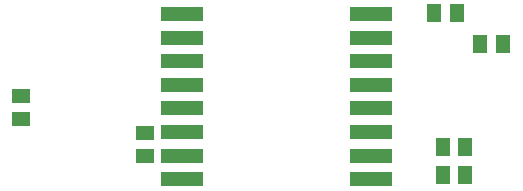
<source format=gbr>
G04 EAGLE Gerber RS-274X export*
G75*
%MOMM*%
%FSLAX34Y34*%
%LPD*%
%INSolderpaste Bottom*%
%IPPOS*%
%AMOC8*
5,1,8,0,0,1.08239X$1,22.5*%
G01*
%ADD10R,1.500000X1.300000*%
%ADD11R,1.300000X1.500000*%
%ADD12R,3.600000X1.200000*%


D10*
X737870Y379628D03*
X737870Y398628D03*
D11*
X1009244Y363474D03*
X990244Y363474D03*
X1040994Y473964D03*
X1021994Y473964D03*
X983132Y500634D03*
X1002132Y500634D03*
D10*
X633476Y411124D03*
X633476Y430124D03*
D11*
X1009498Y387096D03*
X990498Y387096D03*
D12*
X769122Y359768D03*
X769122Y379768D03*
X769122Y399768D03*
X769122Y419768D03*
X769122Y439768D03*
X769122Y459768D03*
X769122Y479768D03*
X769122Y499768D03*
X929122Y499768D03*
X929122Y479768D03*
X929122Y459768D03*
X929122Y439768D03*
X929122Y419768D03*
X929122Y399768D03*
X929122Y379768D03*
X929122Y359768D03*
M02*

</source>
